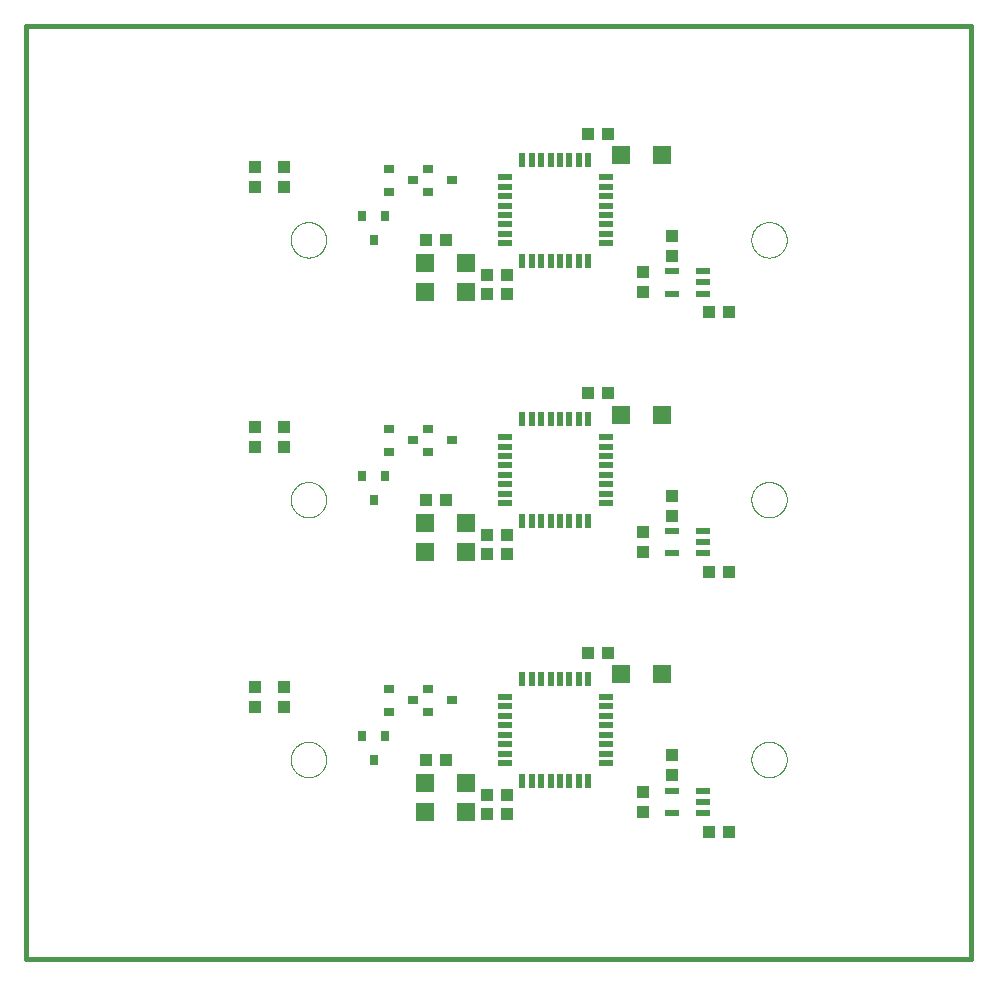
<source format=gtp>
G75*
%MOIN*%
%OFA0B0*%
%FSLAX25Y25*%
%IPPOS*%
%LPD*%
%AMOC8*
5,1,8,0,0,1.08239X$1,22.5*
%
%ADD10C,0.01600*%
%ADD11C,0.00000*%
%ADD12R,0.05000X0.02200*%
%ADD13R,0.02200X0.05000*%
%ADD14R,0.04724X0.02165*%
%ADD15R,0.04331X0.03937*%
%ADD16R,0.03937X0.04331*%
%ADD17R,0.05906X0.05906*%
%ADD18R,0.03100X0.03500*%
%ADD19R,0.03500X0.03100*%
D10*
X0017567Y0009299D02*
X0332528Y0009299D01*
X0332528Y0320323D01*
X0017567Y0320323D01*
X0017567Y0009299D01*
D11*
X0105755Y0075835D02*
X0105757Y0075988D01*
X0105763Y0076142D01*
X0105773Y0076295D01*
X0105787Y0076447D01*
X0105805Y0076600D01*
X0105827Y0076751D01*
X0105852Y0076902D01*
X0105882Y0077053D01*
X0105916Y0077203D01*
X0105953Y0077351D01*
X0105994Y0077499D01*
X0106039Y0077645D01*
X0106088Y0077791D01*
X0106141Y0077935D01*
X0106197Y0078077D01*
X0106257Y0078218D01*
X0106321Y0078358D01*
X0106388Y0078496D01*
X0106459Y0078632D01*
X0106534Y0078766D01*
X0106611Y0078898D01*
X0106693Y0079028D01*
X0106777Y0079156D01*
X0106865Y0079282D01*
X0106956Y0079405D01*
X0107050Y0079526D01*
X0107148Y0079644D01*
X0107248Y0079760D01*
X0107352Y0079873D01*
X0107458Y0079984D01*
X0107567Y0080092D01*
X0107679Y0080197D01*
X0107793Y0080298D01*
X0107911Y0080397D01*
X0108030Y0080493D01*
X0108152Y0080586D01*
X0108277Y0080675D01*
X0108404Y0080762D01*
X0108533Y0080844D01*
X0108664Y0080924D01*
X0108797Y0081000D01*
X0108932Y0081073D01*
X0109069Y0081142D01*
X0109208Y0081207D01*
X0109348Y0081269D01*
X0109490Y0081327D01*
X0109633Y0081382D01*
X0109778Y0081433D01*
X0109924Y0081480D01*
X0110071Y0081523D01*
X0110219Y0081562D01*
X0110368Y0081598D01*
X0110518Y0081629D01*
X0110669Y0081657D01*
X0110820Y0081681D01*
X0110973Y0081701D01*
X0111125Y0081717D01*
X0111278Y0081729D01*
X0111431Y0081737D01*
X0111584Y0081741D01*
X0111738Y0081741D01*
X0111891Y0081737D01*
X0112044Y0081729D01*
X0112197Y0081717D01*
X0112349Y0081701D01*
X0112502Y0081681D01*
X0112653Y0081657D01*
X0112804Y0081629D01*
X0112954Y0081598D01*
X0113103Y0081562D01*
X0113251Y0081523D01*
X0113398Y0081480D01*
X0113544Y0081433D01*
X0113689Y0081382D01*
X0113832Y0081327D01*
X0113974Y0081269D01*
X0114114Y0081207D01*
X0114253Y0081142D01*
X0114390Y0081073D01*
X0114525Y0081000D01*
X0114658Y0080924D01*
X0114789Y0080844D01*
X0114918Y0080762D01*
X0115045Y0080675D01*
X0115170Y0080586D01*
X0115292Y0080493D01*
X0115411Y0080397D01*
X0115529Y0080298D01*
X0115643Y0080197D01*
X0115755Y0080092D01*
X0115864Y0079984D01*
X0115970Y0079873D01*
X0116074Y0079760D01*
X0116174Y0079644D01*
X0116272Y0079526D01*
X0116366Y0079405D01*
X0116457Y0079282D01*
X0116545Y0079156D01*
X0116629Y0079028D01*
X0116711Y0078898D01*
X0116788Y0078766D01*
X0116863Y0078632D01*
X0116934Y0078496D01*
X0117001Y0078358D01*
X0117065Y0078218D01*
X0117125Y0078077D01*
X0117181Y0077935D01*
X0117234Y0077791D01*
X0117283Y0077645D01*
X0117328Y0077499D01*
X0117369Y0077351D01*
X0117406Y0077203D01*
X0117440Y0077053D01*
X0117470Y0076902D01*
X0117495Y0076751D01*
X0117517Y0076600D01*
X0117535Y0076447D01*
X0117549Y0076295D01*
X0117559Y0076142D01*
X0117565Y0075988D01*
X0117567Y0075835D01*
X0117565Y0075682D01*
X0117559Y0075528D01*
X0117549Y0075375D01*
X0117535Y0075223D01*
X0117517Y0075070D01*
X0117495Y0074919D01*
X0117470Y0074768D01*
X0117440Y0074617D01*
X0117406Y0074467D01*
X0117369Y0074319D01*
X0117328Y0074171D01*
X0117283Y0074025D01*
X0117234Y0073879D01*
X0117181Y0073735D01*
X0117125Y0073593D01*
X0117065Y0073452D01*
X0117001Y0073312D01*
X0116934Y0073174D01*
X0116863Y0073038D01*
X0116788Y0072904D01*
X0116711Y0072772D01*
X0116629Y0072642D01*
X0116545Y0072514D01*
X0116457Y0072388D01*
X0116366Y0072265D01*
X0116272Y0072144D01*
X0116174Y0072026D01*
X0116074Y0071910D01*
X0115970Y0071797D01*
X0115864Y0071686D01*
X0115755Y0071578D01*
X0115643Y0071473D01*
X0115529Y0071372D01*
X0115411Y0071273D01*
X0115292Y0071177D01*
X0115170Y0071084D01*
X0115045Y0070995D01*
X0114918Y0070908D01*
X0114789Y0070826D01*
X0114658Y0070746D01*
X0114525Y0070670D01*
X0114390Y0070597D01*
X0114253Y0070528D01*
X0114114Y0070463D01*
X0113974Y0070401D01*
X0113832Y0070343D01*
X0113689Y0070288D01*
X0113544Y0070237D01*
X0113398Y0070190D01*
X0113251Y0070147D01*
X0113103Y0070108D01*
X0112954Y0070072D01*
X0112804Y0070041D01*
X0112653Y0070013D01*
X0112502Y0069989D01*
X0112349Y0069969D01*
X0112197Y0069953D01*
X0112044Y0069941D01*
X0111891Y0069933D01*
X0111738Y0069929D01*
X0111584Y0069929D01*
X0111431Y0069933D01*
X0111278Y0069941D01*
X0111125Y0069953D01*
X0110973Y0069969D01*
X0110820Y0069989D01*
X0110669Y0070013D01*
X0110518Y0070041D01*
X0110368Y0070072D01*
X0110219Y0070108D01*
X0110071Y0070147D01*
X0109924Y0070190D01*
X0109778Y0070237D01*
X0109633Y0070288D01*
X0109490Y0070343D01*
X0109348Y0070401D01*
X0109208Y0070463D01*
X0109069Y0070528D01*
X0108932Y0070597D01*
X0108797Y0070670D01*
X0108664Y0070746D01*
X0108533Y0070826D01*
X0108404Y0070908D01*
X0108277Y0070995D01*
X0108152Y0071084D01*
X0108030Y0071177D01*
X0107911Y0071273D01*
X0107793Y0071372D01*
X0107679Y0071473D01*
X0107567Y0071578D01*
X0107458Y0071686D01*
X0107352Y0071797D01*
X0107248Y0071910D01*
X0107148Y0072026D01*
X0107050Y0072144D01*
X0106956Y0072265D01*
X0106865Y0072388D01*
X0106777Y0072514D01*
X0106693Y0072642D01*
X0106611Y0072772D01*
X0106534Y0072904D01*
X0106459Y0073038D01*
X0106388Y0073174D01*
X0106321Y0073312D01*
X0106257Y0073452D01*
X0106197Y0073593D01*
X0106141Y0073735D01*
X0106088Y0073879D01*
X0106039Y0074025D01*
X0105994Y0074171D01*
X0105953Y0074319D01*
X0105916Y0074467D01*
X0105882Y0074617D01*
X0105852Y0074768D01*
X0105827Y0074919D01*
X0105805Y0075070D01*
X0105787Y0075223D01*
X0105773Y0075375D01*
X0105763Y0075528D01*
X0105757Y0075682D01*
X0105755Y0075835D01*
X0105755Y0162449D02*
X0105757Y0162602D01*
X0105763Y0162756D01*
X0105773Y0162909D01*
X0105787Y0163061D01*
X0105805Y0163214D01*
X0105827Y0163365D01*
X0105852Y0163516D01*
X0105882Y0163667D01*
X0105916Y0163817D01*
X0105953Y0163965D01*
X0105994Y0164113D01*
X0106039Y0164259D01*
X0106088Y0164405D01*
X0106141Y0164549D01*
X0106197Y0164691D01*
X0106257Y0164832D01*
X0106321Y0164972D01*
X0106388Y0165110D01*
X0106459Y0165246D01*
X0106534Y0165380D01*
X0106611Y0165512D01*
X0106693Y0165642D01*
X0106777Y0165770D01*
X0106865Y0165896D01*
X0106956Y0166019D01*
X0107050Y0166140D01*
X0107148Y0166258D01*
X0107248Y0166374D01*
X0107352Y0166487D01*
X0107458Y0166598D01*
X0107567Y0166706D01*
X0107679Y0166811D01*
X0107793Y0166912D01*
X0107911Y0167011D01*
X0108030Y0167107D01*
X0108152Y0167200D01*
X0108277Y0167289D01*
X0108404Y0167376D01*
X0108533Y0167458D01*
X0108664Y0167538D01*
X0108797Y0167614D01*
X0108932Y0167687D01*
X0109069Y0167756D01*
X0109208Y0167821D01*
X0109348Y0167883D01*
X0109490Y0167941D01*
X0109633Y0167996D01*
X0109778Y0168047D01*
X0109924Y0168094D01*
X0110071Y0168137D01*
X0110219Y0168176D01*
X0110368Y0168212D01*
X0110518Y0168243D01*
X0110669Y0168271D01*
X0110820Y0168295D01*
X0110973Y0168315D01*
X0111125Y0168331D01*
X0111278Y0168343D01*
X0111431Y0168351D01*
X0111584Y0168355D01*
X0111738Y0168355D01*
X0111891Y0168351D01*
X0112044Y0168343D01*
X0112197Y0168331D01*
X0112349Y0168315D01*
X0112502Y0168295D01*
X0112653Y0168271D01*
X0112804Y0168243D01*
X0112954Y0168212D01*
X0113103Y0168176D01*
X0113251Y0168137D01*
X0113398Y0168094D01*
X0113544Y0168047D01*
X0113689Y0167996D01*
X0113832Y0167941D01*
X0113974Y0167883D01*
X0114114Y0167821D01*
X0114253Y0167756D01*
X0114390Y0167687D01*
X0114525Y0167614D01*
X0114658Y0167538D01*
X0114789Y0167458D01*
X0114918Y0167376D01*
X0115045Y0167289D01*
X0115170Y0167200D01*
X0115292Y0167107D01*
X0115411Y0167011D01*
X0115529Y0166912D01*
X0115643Y0166811D01*
X0115755Y0166706D01*
X0115864Y0166598D01*
X0115970Y0166487D01*
X0116074Y0166374D01*
X0116174Y0166258D01*
X0116272Y0166140D01*
X0116366Y0166019D01*
X0116457Y0165896D01*
X0116545Y0165770D01*
X0116629Y0165642D01*
X0116711Y0165512D01*
X0116788Y0165380D01*
X0116863Y0165246D01*
X0116934Y0165110D01*
X0117001Y0164972D01*
X0117065Y0164832D01*
X0117125Y0164691D01*
X0117181Y0164549D01*
X0117234Y0164405D01*
X0117283Y0164259D01*
X0117328Y0164113D01*
X0117369Y0163965D01*
X0117406Y0163817D01*
X0117440Y0163667D01*
X0117470Y0163516D01*
X0117495Y0163365D01*
X0117517Y0163214D01*
X0117535Y0163061D01*
X0117549Y0162909D01*
X0117559Y0162756D01*
X0117565Y0162602D01*
X0117567Y0162449D01*
X0117565Y0162296D01*
X0117559Y0162142D01*
X0117549Y0161989D01*
X0117535Y0161837D01*
X0117517Y0161684D01*
X0117495Y0161533D01*
X0117470Y0161382D01*
X0117440Y0161231D01*
X0117406Y0161081D01*
X0117369Y0160933D01*
X0117328Y0160785D01*
X0117283Y0160639D01*
X0117234Y0160493D01*
X0117181Y0160349D01*
X0117125Y0160207D01*
X0117065Y0160066D01*
X0117001Y0159926D01*
X0116934Y0159788D01*
X0116863Y0159652D01*
X0116788Y0159518D01*
X0116711Y0159386D01*
X0116629Y0159256D01*
X0116545Y0159128D01*
X0116457Y0159002D01*
X0116366Y0158879D01*
X0116272Y0158758D01*
X0116174Y0158640D01*
X0116074Y0158524D01*
X0115970Y0158411D01*
X0115864Y0158300D01*
X0115755Y0158192D01*
X0115643Y0158087D01*
X0115529Y0157986D01*
X0115411Y0157887D01*
X0115292Y0157791D01*
X0115170Y0157698D01*
X0115045Y0157609D01*
X0114918Y0157522D01*
X0114789Y0157440D01*
X0114658Y0157360D01*
X0114525Y0157284D01*
X0114390Y0157211D01*
X0114253Y0157142D01*
X0114114Y0157077D01*
X0113974Y0157015D01*
X0113832Y0156957D01*
X0113689Y0156902D01*
X0113544Y0156851D01*
X0113398Y0156804D01*
X0113251Y0156761D01*
X0113103Y0156722D01*
X0112954Y0156686D01*
X0112804Y0156655D01*
X0112653Y0156627D01*
X0112502Y0156603D01*
X0112349Y0156583D01*
X0112197Y0156567D01*
X0112044Y0156555D01*
X0111891Y0156547D01*
X0111738Y0156543D01*
X0111584Y0156543D01*
X0111431Y0156547D01*
X0111278Y0156555D01*
X0111125Y0156567D01*
X0110973Y0156583D01*
X0110820Y0156603D01*
X0110669Y0156627D01*
X0110518Y0156655D01*
X0110368Y0156686D01*
X0110219Y0156722D01*
X0110071Y0156761D01*
X0109924Y0156804D01*
X0109778Y0156851D01*
X0109633Y0156902D01*
X0109490Y0156957D01*
X0109348Y0157015D01*
X0109208Y0157077D01*
X0109069Y0157142D01*
X0108932Y0157211D01*
X0108797Y0157284D01*
X0108664Y0157360D01*
X0108533Y0157440D01*
X0108404Y0157522D01*
X0108277Y0157609D01*
X0108152Y0157698D01*
X0108030Y0157791D01*
X0107911Y0157887D01*
X0107793Y0157986D01*
X0107679Y0158087D01*
X0107567Y0158192D01*
X0107458Y0158300D01*
X0107352Y0158411D01*
X0107248Y0158524D01*
X0107148Y0158640D01*
X0107050Y0158758D01*
X0106956Y0158879D01*
X0106865Y0159002D01*
X0106777Y0159128D01*
X0106693Y0159256D01*
X0106611Y0159386D01*
X0106534Y0159518D01*
X0106459Y0159652D01*
X0106388Y0159788D01*
X0106321Y0159926D01*
X0106257Y0160066D01*
X0106197Y0160207D01*
X0106141Y0160349D01*
X0106088Y0160493D01*
X0106039Y0160639D01*
X0105994Y0160785D01*
X0105953Y0160933D01*
X0105916Y0161081D01*
X0105882Y0161231D01*
X0105852Y0161382D01*
X0105827Y0161533D01*
X0105805Y0161684D01*
X0105787Y0161837D01*
X0105773Y0161989D01*
X0105763Y0162142D01*
X0105757Y0162296D01*
X0105755Y0162449D01*
X0105755Y0249063D02*
X0105757Y0249216D01*
X0105763Y0249370D01*
X0105773Y0249523D01*
X0105787Y0249675D01*
X0105805Y0249828D01*
X0105827Y0249979D01*
X0105852Y0250130D01*
X0105882Y0250281D01*
X0105916Y0250431D01*
X0105953Y0250579D01*
X0105994Y0250727D01*
X0106039Y0250873D01*
X0106088Y0251019D01*
X0106141Y0251163D01*
X0106197Y0251305D01*
X0106257Y0251446D01*
X0106321Y0251586D01*
X0106388Y0251724D01*
X0106459Y0251860D01*
X0106534Y0251994D01*
X0106611Y0252126D01*
X0106693Y0252256D01*
X0106777Y0252384D01*
X0106865Y0252510D01*
X0106956Y0252633D01*
X0107050Y0252754D01*
X0107148Y0252872D01*
X0107248Y0252988D01*
X0107352Y0253101D01*
X0107458Y0253212D01*
X0107567Y0253320D01*
X0107679Y0253425D01*
X0107793Y0253526D01*
X0107911Y0253625D01*
X0108030Y0253721D01*
X0108152Y0253814D01*
X0108277Y0253903D01*
X0108404Y0253990D01*
X0108533Y0254072D01*
X0108664Y0254152D01*
X0108797Y0254228D01*
X0108932Y0254301D01*
X0109069Y0254370D01*
X0109208Y0254435D01*
X0109348Y0254497D01*
X0109490Y0254555D01*
X0109633Y0254610D01*
X0109778Y0254661D01*
X0109924Y0254708D01*
X0110071Y0254751D01*
X0110219Y0254790D01*
X0110368Y0254826D01*
X0110518Y0254857D01*
X0110669Y0254885D01*
X0110820Y0254909D01*
X0110973Y0254929D01*
X0111125Y0254945D01*
X0111278Y0254957D01*
X0111431Y0254965D01*
X0111584Y0254969D01*
X0111738Y0254969D01*
X0111891Y0254965D01*
X0112044Y0254957D01*
X0112197Y0254945D01*
X0112349Y0254929D01*
X0112502Y0254909D01*
X0112653Y0254885D01*
X0112804Y0254857D01*
X0112954Y0254826D01*
X0113103Y0254790D01*
X0113251Y0254751D01*
X0113398Y0254708D01*
X0113544Y0254661D01*
X0113689Y0254610D01*
X0113832Y0254555D01*
X0113974Y0254497D01*
X0114114Y0254435D01*
X0114253Y0254370D01*
X0114390Y0254301D01*
X0114525Y0254228D01*
X0114658Y0254152D01*
X0114789Y0254072D01*
X0114918Y0253990D01*
X0115045Y0253903D01*
X0115170Y0253814D01*
X0115292Y0253721D01*
X0115411Y0253625D01*
X0115529Y0253526D01*
X0115643Y0253425D01*
X0115755Y0253320D01*
X0115864Y0253212D01*
X0115970Y0253101D01*
X0116074Y0252988D01*
X0116174Y0252872D01*
X0116272Y0252754D01*
X0116366Y0252633D01*
X0116457Y0252510D01*
X0116545Y0252384D01*
X0116629Y0252256D01*
X0116711Y0252126D01*
X0116788Y0251994D01*
X0116863Y0251860D01*
X0116934Y0251724D01*
X0117001Y0251586D01*
X0117065Y0251446D01*
X0117125Y0251305D01*
X0117181Y0251163D01*
X0117234Y0251019D01*
X0117283Y0250873D01*
X0117328Y0250727D01*
X0117369Y0250579D01*
X0117406Y0250431D01*
X0117440Y0250281D01*
X0117470Y0250130D01*
X0117495Y0249979D01*
X0117517Y0249828D01*
X0117535Y0249675D01*
X0117549Y0249523D01*
X0117559Y0249370D01*
X0117565Y0249216D01*
X0117567Y0249063D01*
X0117565Y0248910D01*
X0117559Y0248756D01*
X0117549Y0248603D01*
X0117535Y0248451D01*
X0117517Y0248298D01*
X0117495Y0248147D01*
X0117470Y0247996D01*
X0117440Y0247845D01*
X0117406Y0247695D01*
X0117369Y0247547D01*
X0117328Y0247399D01*
X0117283Y0247253D01*
X0117234Y0247107D01*
X0117181Y0246963D01*
X0117125Y0246821D01*
X0117065Y0246680D01*
X0117001Y0246540D01*
X0116934Y0246402D01*
X0116863Y0246266D01*
X0116788Y0246132D01*
X0116711Y0246000D01*
X0116629Y0245870D01*
X0116545Y0245742D01*
X0116457Y0245616D01*
X0116366Y0245493D01*
X0116272Y0245372D01*
X0116174Y0245254D01*
X0116074Y0245138D01*
X0115970Y0245025D01*
X0115864Y0244914D01*
X0115755Y0244806D01*
X0115643Y0244701D01*
X0115529Y0244600D01*
X0115411Y0244501D01*
X0115292Y0244405D01*
X0115170Y0244312D01*
X0115045Y0244223D01*
X0114918Y0244136D01*
X0114789Y0244054D01*
X0114658Y0243974D01*
X0114525Y0243898D01*
X0114390Y0243825D01*
X0114253Y0243756D01*
X0114114Y0243691D01*
X0113974Y0243629D01*
X0113832Y0243571D01*
X0113689Y0243516D01*
X0113544Y0243465D01*
X0113398Y0243418D01*
X0113251Y0243375D01*
X0113103Y0243336D01*
X0112954Y0243300D01*
X0112804Y0243269D01*
X0112653Y0243241D01*
X0112502Y0243217D01*
X0112349Y0243197D01*
X0112197Y0243181D01*
X0112044Y0243169D01*
X0111891Y0243161D01*
X0111738Y0243157D01*
X0111584Y0243157D01*
X0111431Y0243161D01*
X0111278Y0243169D01*
X0111125Y0243181D01*
X0110973Y0243197D01*
X0110820Y0243217D01*
X0110669Y0243241D01*
X0110518Y0243269D01*
X0110368Y0243300D01*
X0110219Y0243336D01*
X0110071Y0243375D01*
X0109924Y0243418D01*
X0109778Y0243465D01*
X0109633Y0243516D01*
X0109490Y0243571D01*
X0109348Y0243629D01*
X0109208Y0243691D01*
X0109069Y0243756D01*
X0108932Y0243825D01*
X0108797Y0243898D01*
X0108664Y0243974D01*
X0108533Y0244054D01*
X0108404Y0244136D01*
X0108277Y0244223D01*
X0108152Y0244312D01*
X0108030Y0244405D01*
X0107911Y0244501D01*
X0107793Y0244600D01*
X0107679Y0244701D01*
X0107567Y0244806D01*
X0107458Y0244914D01*
X0107352Y0245025D01*
X0107248Y0245138D01*
X0107148Y0245254D01*
X0107050Y0245372D01*
X0106956Y0245493D01*
X0106865Y0245616D01*
X0106777Y0245742D01*
X0106693Y0245870D01*
X0106611Y0246000D01*
X0106534Y0246132D01*
X0106459Y0246266D01*
X0106388Y0246402D01*
X0106321Y0246540D01*
X0106257Y0246680D01*
X0106197Y0246821D01*
X0106141Y0246963D01*
X0106088Y0247107D01*
X0106039Y0247253D01*
X0105994Y0247399D01*
X0105953Y0247547D01*
X0105916Y0247695D01*
X0105882Y0247845D01*
X0105852Y0247996D01*
X0105827Y0248147D01*
X0105805Y0248298D01*
X0105787Y0248451D01*
X0105773Y0248603D01*
X0105763Y0248756D01*
X0105757Y0248910D01*
X0105755Y0249063D01*
X0259299Y0249063D02*
X0259301Y0249216D01*
X0259307Y0249370D01*
X0259317Y0249523D01*
X0259331Y0249675D01*
X0259349Y0249828D01*
X0259371Y0249979D01*
X0259396Y0250130D01*
X0259426Y0250281D01*
X0259460Y0250431D01*
X0259497Y0250579D01*
X0259538Y0250727D01*
X0259583Y0250873D01*
X0259632Y0251019D01*
X0259685Y0251163D01*
X0259741Y0251305D01*
X0259801Y0251446D01*
X0259865Y0251586D01*
X0259932Y0251724D01*
X0260003Y0251860D01*
X0260078Y0251994D01*
X0260155Y0252126D01*
X0260237Y0252256D01*
X0260321Y0252384D01*
X0260409Y0252510D01*
X0260500Y0252633D01*
X0260594Y0252754D01*
X0260692Y0252872D01*
X0260792Y0252988D01*
X0260896Y0253101D01*
X0261002Y0253212D01*
X0261111Y0253320D01*
X0261223Y0253425D01*
X0261337Y0253526D01*
X0261455Y0253625D01*
X0261574Y0253721D01*
X0261696Y0253814D01*
X0261821Y0253903D01*
X0261948Y0253990D01*
X0262077Y0254072D01*
X0262208Y0254152D01*
X0262341Y0254228D01*
X0262476Y0254301D01*
X0262613Y0254370D01*
X0262752Y0254435D01*
X0262892Y0254497D01*
X0263034Y0254555D01*
X0263177Y0254610D01*
X0263322Y0254661D01*
X0263468Y0254708D01*
X0263615Y0254751D01*
X0263763Y0254790D01*
X0263912Y0254826D01*
X0264062Y0254857D01*
X0264213Y0254885D01*
X0264364Y0254909D01*
X0264517Y0254929D01*
X0264669Y0254945D01*
X0264822Y0254957D01*
X0264975Y0254965D01*
X0265128Y0254969D01*
X0265282Y0254969D01*
X0265435Y0254965D01*
X0265588Y0254957D01*
X0265741Y0254945D01*
X0265893Y0254929D01*
X0266046Y0254909D01*
X0266197Y0254885D01*
X0266348Y0254857D01*
X0266498Y0254826D01*
X0266647Y0254790D01*
X0266795Y0254751D01*
X0266942Y0254708D01*
X0267088Y0254661D01*
X0267233Y0254610D01*
X0267376Y0254555D01*
X0267518Y0254497D01*
X0267658Y0254435D01*
X0267797Y0254370D01*
X0267934Y0254301D01*
X0268069Y0254228D01*
X0268202Y0254152D01*
X0268333Y0254072D01*
X0268462Y0253990D01*
X0268589Y0253903D01*
X0268714Y0253814D01*
X0268836Y0253721D01*
X0268955Y0253625D01*
X0269073Y0253526D01*
X0269187Y0253425D01*
X0269299Y0253320D01*
X0269408Y0253212D01*
X0269514Y0253101D01*
X0269618Y0252988D01*
X0269718Y0252872D01*
X0269816Y0252754D01*
X0269910Y0252633D01*
X0270001Y0252510D01*
X0270089Y0252384D01*
X0270173Y0252256D01*
X0270255Y0252126D01*
X0270332Y0251994D01*
X0270407Y0251860D01*
X0270478Y0251724D01*
X0270545Y0251586D01*
X0270609Y0251446D01*
X0270669Y0251305D01*
X0270725Y0251163D01*
X0270778Y0251019D01*
X0270827Y0250873D01*
X0270872Y0250727D01*
X0270913Y0250579D01*
X0270950Y0250431D01*
X0270984Y0250281D01*
X0271014Y0250130D01*
X0271039Y0249979D01*
X0271061Y0249828D01*
X0271079Y0249675D01*
X0271093Y0249523D01*
X0271103Y0249370D01*
X0271109Y0249216D01*
X0271111Y0249063D01*
X0271109Y0248910D01*
X0271103Y0248756D01*
X0271093Y0248603D01*
X0271079Y0248451D01*
X0271061Y0248298D01*
X0271039Y0248147D01*
X0271014Y0247996D01*
X0270984Y0247845D01*
X0270950Y0247695D01*
X0270913Y0247547D01*
X0270872Y0247399D01*
X0270827Y0247253D01*
X0270778Y0247107D01*
X0270725Y0246963D01*
X0270669Y0246821D01*
X0270609Y0246680D01*
X0270545Y0246540D01*
X0270478Y0246402D01*
X0270407Y0246266D01*
X0270332Y0246132D01*
X0270255Y0246000D01*
X0270173Y0245870D01*
X0270089Y0245742D01*
X0270001Y0245616D01*
X0269910Y0245493D01*
X0269816Y0245372D01*
X0269718Y0245254D01*
X0269618Y0245138D01*
X0269514Y0245025D01*
X0269408Y0244914D01*
X0269299Y0244806D01*
X0269187Y0244701D01*
X0269073Y0244600D01*
X0268955Y0244501D01*
X0268836Y0244405D01*
X0268714Y0244312D01*
X0268589Y0244223D01*
X0268462Y0244136D01*
X0268333Y0244054D01*
X0268202Y0243974D01*
X0268069Y0243898D01*
X0267934Y0243825D01*
X0267797Y0243756D01*
X0267658Y0243691D01*
X0267518Y0243629D01*
X0267376Y0243571D01*
X0267233Y0243516D01*
X0267088Y0243465D01*
X0266942Y0243418D01*
X0266795Y0243375D01*
X0266647Y0243336D01*
X0266498Y0243300D01*
X0266348Y0243269D01*
X0266197Y0243241D01*
X0266046Y0243217D01*
X0265893Y0243197D01*
X0265741Y0243181D01*
X0265588Y0243169D01*
X0265435Y0243161D01*
X0265282Y0243157D01*
X0265128Y0243157D01*
X0264975Y0243161D01*
X0264822Y0243169D01*
X0264669Y0243181D01*
X0264517Y0243197D01*
X0264364Y0243217D01*
X0264213Y0243241D01*
X0264062Y0243269D01*
X0263912Y0243300D01*
X0263763Y0243336D01*
X0263615Y0243375D01*
X0263468Y0243418D01*
X0263322Y0243465D01*
X0263177Y0243516D01*
X0263034Y0243571D01*
X0262892Y0243629D01*
X0262752Y0243691D01*
X0262613Y0243756D01*
X0262476Y0243825D01*
X0262341Y0243898D01*
X0262208Y0243974D01*
X0262077Y0244054D01*
X0261948Y0244136D01*
X0261821Y0244223D01*
X0261696Y0244312D01*
X0261574Y0244405D01*
X0261455Y0244501D01*
X0261337Y0244600D01*
X0261223Y0244701D01*
X0261111Y0244806D01*
X0261002Y0244914D01*
X0260896Y0245025D01*
X0260792Y0245138D01*
X0260692Y0245254D01*
X0260594Y0245372D01*
X0260500Y0245493D01*
X0260409Y0245616D01*
X0260321Y0245742D01*
X0260237Y0245870D01*
X0260155Y0246000D01*
X0260078Y0246132D01*
X0260003Y0246266D01*
X0259932Y0246402D01*
X0259865Y0246540D01*
X0259801Y0246680D01*
X0259741Y0246821D01*
X0259685Y0246963D01*
X0259632Y0247107D01*
X0259583Y0247253D01*
X0259538Y0247399D01*
X0259497Y0247547D01*
X0259460Y0247695D01*
X0259426Y0247845D01*
X0259396Y0247996D01*
X0259371Y0248147D01*
X0259349Y0248298D01*
X0259331Y0248451D01*
X0259317Y0248603D01*
X0259307Y0248756D01*
X0259301Y0248910D01*
X0259299Y0249063D01*
X0259299Y0162449D02*
X0259301Y0162602D01*
X0259307Y0162756D01*
X0259317Y0162909D01*
X0259331Y0163061D01*
X0259349Y0163214D01*
X0259371Y0163365D01*
X0259396Y0163516D01*
X0259426Y0163667D01*
X0259460Y0163817D01*
X0259497Y0163965D01*
X0259538Y0164113D01*
X0259583Y0164259D01*
X0259632Y0164405D01*
X0259685Y0164549D01*
X0259741Y0164691D01*
X0259801Y0164832D01*
X0259865Y0164972D01*
X0259932Y0165110D01*
X0260003Y0165246D01*
X0260078Y0165380D01*
X0260155Y0165512D01*
X0260237Y0165642D01*
X0260321Y0165770D01*
X0260409Y0165896D01*
X0260500Y0166019D01*
X0260594Y0166140D01*
X0260692Y0166258D01*
X0260792Y0166374D01*
X0260896Y0166487D01*
X0261002Y0166598D01*
X0261111Y0166706D01*
X0261223Y0166811D01*
X0261337Y0166912D01*
X0261455Y0167011D01*
X0261574Y0167107D01*
X0261696Y0167200D01*
X0261821Y0167289D01*
X0261948Y0167376D01*
X0262077Y0167458D01*
X0262208Y0167538D01*
X0262341Y0167614D01*
X0262476Y0167687D01*
X0262613Y0167756D01*
X0262752Y0167821D01*
X0262892Y0167883D01*
X0263034Y0167941D01*
X0263177Y0167996D01*
X0263322Y0168047D01*
X0263468Y0168094D01*
X0263615Y0168137D01*
X0263763Y0168176D01*
X0263912Y0168212D01*
X0264062Y0168243D01*
X0264213Y0168271D01*
X0264364Y0168295D01*
X0264517Y0168315D01*
X0264669Y0168331D01*
X0264822Y0168343D01*
X0264975Y0168351D01*
X0265128Y0168355D01*
X0265282Y0168355D01*
X0265435Y0168351D01*
X0265588Y0168343D01*
X0265741Y0168331D01*
X0265893Y0168315D01*
X0266046Y0168295D01*
X0266197Y0168271D01*
X0266348Y0168243D01*
X0266498Y0168212D01*
X0266647Y0168176D01*
X0266795Y0168137D01*
X0266942Y0168094D01*
X0267088Y0168047D01*
X0267233Y0167996D01*
X0267376Y0167941D01*
X0267518Y0167883D01*
X0267658Y0167821D01*
X0267797Y0167756D01*
X0267934Y0167687D01*
X0268069Y0167614D01*
X0268202Y0167538D01*
X0268333Y0167458D01*
X0268462Y0167376D01*
X0268589Y0167289D01*
X0268714Y0167200D01*
X0268836Y0167107D01*
X0268955Y0167011D01*
X0269073Y0166912D01*
X0269187Y0166811D01*
X0269299Y0166706D01*
X0269408Y0166598D01*
X0269514Y0166487D01*
X0269618Y0166374D01*
X0269718Y0166258D01*
X0269816Y0166140D01*
X0269910Y0166019D01*
X0270001Y0165896D01*
X0270089Y0165770D01*
X0270173Y0165642D01*
X0270255Y0165512D01*
X0270332Y0165380D01*
X0270407Y0165246D01*
X0270478Y0165110D01*
X0270545Y0164972D01*
X0270609Y0164832D01*
X0270669Y0164691D01*
X0270725Y0164549D01*
X0270778Y0164405D01*
X0270827Y0164259D01*
X0270872Y0164113D01*
X0270913Y0163965D01*
X0270950Y0163817D01*
X0270984Y0163667D01*
X0271014Y0163516D01*
X0271039Y0163365D01*
X0271061Y0163214D01*
X0271079Y0163061D01*
X0271093Y0162909D01*
X0271103Y0162756D01*
X0271109Y0162602D01*
X0271111Y0162449D01*
X0271109Y0162296D01*
X0271103Y0162142D01*
X0271093Y0161989D01*
X0271079Y0161837D01*
X0271061Y0161684D01*
X0271039Y0161533D01*
X0271014Y0161382D01*
X0270984Y0161231D01*
X0270950Y0161081D01*
X0270913Y0160933D01*
X0270872Y0160785D01*
X0270827Y0160639D01*
X0270778Y0160493D01*
X0270725Y0160349D01*
X0270669Y0160207D01*
X0270609Y0160066D01*
X0270545Y0159926D01*
X0270478Y0159788D01*
X0270407Y0159652D01*
X0270332Y0159518D01*
X0270255Y0159386D01*
X0270173Y0159256D01*
X0270089Y0159128D01*
X0270001Y0159002D01*
X0269910Y0158879D01*
X0269816Y0158758D01*
X0269718Y0158640D01*
X0269618Y0158524D01*
X0269514Y0158411D01*
X0269408Y0158300D01*
X0269299Y0158192D01*
X0269187Y0158087D01*
X0269073Y0157986D01*
X0268955Y0157887D01*
X0268836Y0157791D01*
X0268714Y0157698D01*
X0268589Y0157609D01*
X0268462Y0157522D01*
X0268333Y0157440D01*
X0268202Y0157360D01*
X0268069Y0157284D01*
X0267934Y0157211D01*
X0267797Y0157142D01*
X0267658Y0157077D01*
X0267518Y0157015D01*
X0267376Y0156957D01*
X0267233Y0156902D01*
X0267088Y0156851D01*
X0266942Y0156804D01*
X0266795Y0156761D01*
X0266647Y0156722D01*
X0266498Y0156686D01*
X0266348Y0156655D01*
X0266197Y0156627D01*
X0266046Y0156603D01*
X0265893Y0156583D01*
X0265741Y0156567D01*
X0265588Y0156555D01*
X0265435Y0156547D01*
X0265282Y0156543D01*
X0265128Y0156543D01*
X0264975Y0156547D01*
X0264822Y0156555D01*
X0264669Y0156567D01*
X0264517Y0156583D01*
X0264364Y0156603D01*
X0264213Y0156627D01*
X0264062Y0156655D01*
X0263912Y0156686D01*
X0263763Y0156722D01*
X0263615Y0156761D01*
X0263468Y0156804D01*
X0263322Y0156851D01*
X0263177Y0156902D01*
X0263034Y0156957D01*
X0262892Y0157015D01*
X0262752Y0157077D01*
X0262613Y0157142D01*
X0262476Y0157211D01*
X0262341Y0157284D01*
X0262208Y0157360D01*
X0262077Y0157440D01*
X0261948Y0157522D01*
X0261821Y0157609D01*
X0261696Y0157698D01*
X0261574Y0157791D01*
X0261455Y0157887D01*
X0261337Y0157986D01*
X0261223Y0158087D01*
X0261111Y0158192D01*
X0261002Y0158300D01*
X0260896Y0158411D01*
X0260792Y0158524D01*
X0260692Y0158640D01*
X0260594Y0158758D01*
X0260500Y0158879D01*
X0260409Y0159002D01*
X0260321Y0159128D01*
X0260237Y0159256D01*
X0260155Y0159386D01*
X0260078Y0159518D01*
X0260003Y0159652D01*
X0259932Y0159788D01*
X0259865Y0159926D01*
X0259801Y0160066D01*
X0259741Y0160207D01*
X0259685Y0160349D01*
X0259632Y0160493D01*
X0259583Y0160639D01*
X0259538Y0160785D01*
X0259497Y0160933D01*
X0259460Y0161081D01*
X0259426Y0161231D01*
X0259396Y0161382D01*
X0259371Y0161533D01*
X0259349Y0161684D01*
X0259331Y0161837D01*
X0259317Y0161989D01*
X0259307Y0162142D01*
X0259301Y0162296D01*
X0259299Y0162449D01*
X0259299Y0075835D02*
X0259301Y0075988D01*
X0259307Y0076142D01*
X0259317Y0076295D01*
X0259331Y0076447D01*
X0259349Y0076600D01*
X0259371Y0076751D01*
X0259396Y0076902D01*
X0259426Y0077053D01*
X0259460Y0077203D01*
X0259497Y0077351D01*
X0259538Y0077499D01*
X0259583Y0077645D01*
X0259632Y0077791D01*
X0259685Y0077935D01*
X0259741Y0078077D01*
X0259801Y0078218D01*
X0259865Y0078358D01*
X0259932Y0078496D01*
X0260003Y0078632D01*
X0260078Y0078766D01*
X0260155Y0078898D01*
X0260237Y0079028D01*
X0260321Y0079156D01*
X0260409Y0079282D01*
X0260500Y0079405D01*
X0260594Y0079526D01*
X0260692Y0079644D01*
X0260792Y0079760D01*
X0260896Y0079873D01*
X0261002Y0079984D01*
X0261111Y0080092D01*
X0261223Y0080197D01*
X0261337Y0080298D01*
X0261455Y0080397D01*
X0261574Y0080493D01*
X0261696Y0080586D01*
X0261821Y0080675D01*
X0261948Y0080762D01*
X0262077Y0080844D01*
X0262208Y0080924D01*
X0262341Y0081000D01*
X0262476Y0081073D01*
X0262613Y0081142D01*
X0262752Y0081207D01*
X0262892Y0081269D01*
X0263034Y0081327D01*
X0263177Y0081382D01*
X0263322Y0081433D01*
X0263468Y0081480D01*
X0263615Y0081523D01*
X0263763Y0081562D01*
X0263912Y0081598D01*
X0264062Y0081629D01*
X0264213Y0081657D01*
X0264364Y0081681D01*
X0264517Y0081701D01*
X0264669Y0081717D01*
X0264822Y0081729D01*
X0264975Y0081737D01*
X0265128Y0081741D01*
X0265282Y0081741D01*
X0265435Y0081737D01*
X0265588Y0081729D01*
X0265741Y0081717D01*
X0265893Y0081701D01*
X0266046Y0081681D01*
X0266197Y0081657D01*
X0266348Y0081629D01*
X0266498Y0081598D01*
X0266647Y0081562D01*
X0266795Y0081523D01*
X0266942Y0081480D01*
X0267088Y0081433D01*
X0267233Y0081382D01*
X0267376Y0081327D01*
X0267518Y0081269D01*
X0267658Y0081207D01*
X0267797Y0081142D01*
X0267934Y0081073D01*
X0268069Y0081000D01*
X0268202Y0080924D01*
X0268333Y0080844D01*
X0268462Y0080762D01*
X0268589Y0080675D01*
X0268714Y0080586D01*
X0268836Y0080493D01*
X0268955Y0080397D01*
X0269073Y0080298D01*
X0269187Y0080197D01*
X0269299Y0080092D01*
X0269408Y0079984D01*
X0269514Y0079873D01*
X0269618Y0079760D01*
X0269718Y0079644D01*
X0269816Y0079526D01*
X0269910Y0079405D01*
X0270001Y0079282D01*
X0270089Y0079156D01*
X0270173Y0079028D01*
X0270255Y0078898D01*
X0270332Y0078766D01*
X0270407Y0078632D01*
X0270478Y0078496D01*
X0270545Y0078358D01*
X0270609Y0078218D01*
X0270669Y0078077D01*
X0270725Y0077935D01*
X0270778Y0077791D01*
X0270827Y0077645D01*
X0270872Y0077499D01*
X0270913Y0077351D01*
X0270950Y0077203D01*
X0270984Y0077053D01*
X0271014Y0076902D01*
X0271039Y0076751D01*
X0271061Y0076600D01*
X0271079Y0076447D01*
X0271093Y0076295D01*
X0271103Y0076142D01*
X0271109Y0075988D01*
X0271111Y0075835D01*
X0271109Y0075682D01*
X0271103Y0075528D01*
X0271093Y0075375D01*
X0271079Y0075223D01*
X0271061Y0075070D01*
X0271039Y0074919D01*
X0271014Y0074768D01*
X0270984Y0074617D01*
X0270950Y0074467D01*
X0270913Y0074319D01*
X0270872Y0074171D01*
X0270827Y0074025D01*
X0270778Y0073879D01*
X0270725Y0073735D01*
X0270669Y0073593D01*
X0270609Y0073452D01*
X0270545Y0073312D01*
X0270478Y0073174D01*
X0270407Y0073038D01*
X0270332Y0072904D01*
X0270255Y0072772D01*
X0270173Y0072642D01*
X0270089Y0072514D01*
X0270001Y0072388D01*
X0269910Y0072265D01*
X0269816Y0072144D01*
X0269718Y0072026D01*
X0269618Y0071910D01*
X0269514Y0071797D01*
X0269408Y0071686D01*
X0269299Y0071578D01*
X0269187Y0071473D01*
X0269073Y0071372D01*
X0268955Y0071273D01*
X0268836Y0071177D01*
X0268714Y0071084D01*
X0268589Y0070995D01*
X0268462Y0070908D01*
X0268333Y0070826D01*
X0268202Y0070746D01*
X0268069Y0070670D01*
X0267934Y0070597D01*
X0267797Y0070528D01*
X0267658Y0070463D01*
X0267518Y0070401D01*
X0267376Y0070343D01*
X0267233Y0070288D01*
X0267088Y0070237D01*
X0266942Y0070190D01*
X0266795Y0070147D01*
X0266647Y0070108D01*
X0266498Y0070072D01*
X0266348Y0070041D01*
X0266197Y0070013D01*
X0266046Y0069989D01*
X0265893Y0069969D01*
X0265741Y0069953D01*
X0265588Y0069941D01*
X0265435Y0069933D01*
X0265282Y0069929D01*
X0265128Y0069929D01*
X0264975Y0069933D01*
X0264822Y0069941D01*
X0264669Y0069953D01*
X0264517Y0069969D01*
X0264364Y0069989D01*
X0264213Y0070013D01*
X0264062Y0070041D01*
X0263912Y0070072D01*
X0263763Y0070108D01*
X0263615Y0070147D01*
X0263468Y0070190D01*
X0263322Y0070237D01*
X0263177Y0070288D01*
X0263034Y0070343D01*
X0262892Y0070401D01*
X0262752Y0070463D01*
X0262613Y0070528D01*
X0262476Y0070597D01*
X0262341Y0070670D01*
X0262208Y0070746D01*
X0262077Y0070826D01*
X0261948Y0070908D01*
X0261821Y0070995D01*
X0261696Y0071084D01*
X0261574Y0071177D01*
X0261455Y0071273D01*
X0261337Y0071372D01*
X0261223Y0071473D01*
X0261111Y0071578D01*
X0261002Y0071686D01*
X0260896Y0071797D01*
X0260792Y0071910D01*
X0260692Y0072026D01*
X0260594Y0072144D01*
X0260500Y0072265D01*
X0260409Y0072388D01*
X0260321Y0072514D01*
X0260237Y0072642D01*
X0260155Y0072772D01*
X0260078Y0072904D01*
X0260003Y0073038D01*
X0259932Y0073174D01*
X0259865Y0073312D01*
X0259801Y0073452D01*
X0259741Y0073593D01*
X0259685Y0073735D01*
X0259632Y0073879D01*
X0259583Y0074025D01*
X0259538Y0074171D01*
X0259497Y0074319D01*
X0259460Y0074467D01*
X0259426Y0074617D01*
X0259396Y0074768D01*
X0259371Y0074919D01*
X0259349Y0075070D01*
X0259331Y0075223D01*
X0259317Y0075375D01*
X0259307Y0075528D01*
X0259301Y0075682D01*
X0259299Y0075835D01*
D12*
X0210845Y0074654D03*
X0210845Y0077803D03*
X0210845Y0080953D03*
X0210845Y0084102D03*
X0210845Y0087252D03*
X0210845Y0090402D03*
X0210845Y0093551D03*
X0210845Y0096701D03*
X0177045Y0096701D03*
X0177045Y0093551D03*
X0177045Y0090402D03*
X0177045Y0087252D03*
X0177045Y0084102D03*
X0177045Y0080953D03*
X0177045Y0077803D03*
X0177045Y0074654D03*
X0177045Y0161268D03*
X0177045Y0164417D03*
X0177045Y0167567D03*
X0177045Y0170717D03*
X0177045Y0173866D03*
X0177045Y0177016D03*
X0177045Y0180165D03*
X0177045Y0183315D03*
X0210845Y0183315D03*
X0210845Y0180165D03*
X0210845Y0177016D03*
X0210845Y0173866D03*
X0210845Y0170717D03*
X0210845Y0167567D03*
X0210845Y0164417D03*
X0210845Y0161268D03*
X0210845Y0247882D03*
X0210845Y0251031D03*
X0210845Y0254181D03*
X0210845Y0257331D03*
X0210845Y0260480D03*
X0210845Y0263630D03*
X0210845Y0266780D03*
X0210845Y0269929D03*
X0177045Y0269929D03*
X0177045Y0266780D03*
X0177045Y0263630D03*
X0177045Y0260480D03*
X0177045Y0257331D03*
X0177045Y0254181D03*
X0177045Y0251031D03*
X0177045Y0247882D03*
D13*
X0182921Y0242006D03*
X0186071Y0242006D03*
X0189220Y0242006D03*
X0192370Y0242006D03*
X0195520Y0242006D03*
X0198669Y0242006D03*
X0201819Y0242006D03*
X0204969Y0242006D03*
X0204969Y0275806D03*
X0201819Y0275806D03*
X0198669Y0275806D03*
X0195520Y0275806D03*
X0192370Y0275806D03*
X0189220Y0275806D03*
X0186071Y0275806D03*
X0182921Y0275806D03*
X0182921Y0189191D03*
X0186071Y0189191D03*
X0189220Y0189191D03*
X0192370Y0189191D03*
X0195520Y0189191D03*
X0198669Y0189191D03*
X0201819Y0189191D03*
X0204969Y0189191D03*
X0204969Y0155391D03*
X0201819Y0155391D03*
X0198669Y0155391D03*
X0195520Y0155391D03*
X0192370Y0155391D03*
X0189220Y0155391D03*
X0186071Y0155391D03*
X0182921Y0155391D03*
X0182921Y0102577D03*
X0186071Y0102577D03*
X0189220Y0102577D03*
X0192370Y0102577D03*
X0195520Y0102577D03*
X0198669Y0102577D03*
X0201819Y0102577D03*
X0204969Y0102577D03*
X0204969Y0068777D03*
X0201819Y0068777D03*
X0198669Y0068777D03*
X0195520Y0068777D03*
X0192370Y0068777D03*
X0189220Y0068777D03*
X0186071Y0068777D03*
X0182921Y0068777D03*
D14*
X0232921Y0065402D03*
X0232921Y0057921D03*
X0243158Y0057921D03*
X0243158Y0061661D03*
X0243158Y0065402D03*
X0243158Y0144535D03*
X0243158Y0148276D03*
X0243158Y0152016D03*
X0232921Y0152016D03*
X0232921Y0144535D03*
X0232921Y0231150D03*
X0232921Y0238630D03*
X0243158Y0238630D03*
X0243158Y0234890D03*
X0243158Y0231150D03*
D15*
X0245323Y0225047D03*
X0252016Y0225047D03*
X0232921Y0243748D03*
X0232921Y0250441D03*
X0232921Y0163827D03*
X0232921Y0157134D03*
X0245323Y0138433D03*
X0252016Y0138433D03*
X0232921Y0077213D03*
X0232921Y0070520D03*
X0245323Y0051819D03*
X0252016Y0051819D03*
X0103394Y0093354D03*
X0093945Y0093354D03*
X0093945Y0100047D03*
X0103394Y0100047D03*
X0103394Y0179969D03*
X0103394Y0186661D03*
X0093945Y0186661D03*
X0093945Y0179969D03*
X0093945Y0266583D03*
X0093945Y0273276D03*
X0103394Y0273276D03*
X0103394Y0266583D03*
D16*
X0150835Y0249063D03*
X0157528Y0249063D03*
X0171307Y0237252D03*
X0171307Y0230953D03*
X0178000Y0230953D03*
X0178000Y0237252D03*
X0204772Y0197882D03*
X0211465Y0197882D03*
X0223079Y0231543D03*
X0223079Y0238236D03*
X0211465Y0284496D03*
X0204772Y0284496D03*
X0157528Y0162449D03*
X0150835Y0162449D03*
X0171307Y0150638D03*
X0171307Y0144339D03*
X0178000Y0144339D03*
X0178000Y0150638D03*
X0204772Y0111268D03*
X0211465Y0111268D03*
X0223079Y0144929D03*
X0223079Y0151622D03*
X0157528Y0075835D03*
X0150835Y0075835D03*
X0171307Y0064024D03*
X0171307Y0057724D03*
X0178000Y0057724D03*
X0178000Y0064024D03*
X0223079Y0065008D03*
X0223079Y0058315D03*
D17*
X0229575Y0104181D03*
X0215795Y0104181D03*
X0164220Y0067961D03*
X0164220Y0058512D03*
X0150441Y0058512D03*
X0150441Y0067961D03*
X0150441Y0145126D03*
X0150441Y0154575D03*
X0164220Y0154575D03*
X0164220Y0145126D03*
X0215795Y0190795D03*
X0229575Y0190795D03*
X0164220Y0231740D03*
X0164220Y0241189D03*
X0150441Y0241189D03*
X0150441Y0231740D03*
X0215795Y0277409D03*
X0229575Y0277409D03*
D18*
X0137215Y0257000D03*
X0133415Y0249000D03*
X0129615Y0257000D03*
X0129615Y0170386D03*
X0133415Y0162386D03*
X0137215Y0170386D03*
X0137215Y0083772D03*
X0129615Y0083772D03*
X0133415Y0075772D03*
D19*
X0138370Y0091820D03*
X0138370Y0099420D03*
X0146370Y0095620D03*
X0151362Y0099420D03*
X0151362Y0091820D03*
X0159362Y0095620D03*
X0151362Y0178434D03*
X0146370Y0182234D03*
X0151362Y0186034D03*
X0159362Y0182234D03*
X0138370Y0186034D03*
X0138370Y0178434D03*
X0138370Y0265048D03*
X0138370Y0272648D03*
X0146370Y0268848D03*
X0151362Y0265048D03*
X0151362Y0272648D03*
X0159362Y0268848D03*
M02*

</source>
